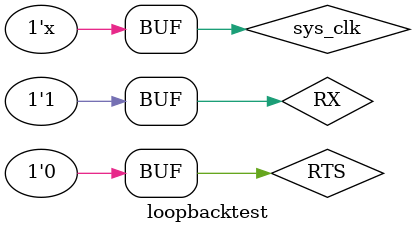
<source format=v>
module loopbacktest;
	// Inputs
	reg sys_clk;
	reg RTS;
	reg RX;
	// Outputs
	wire CTS;
	wire TX;
	// Instantiate the Unit Under Test (UUT)
	UART_LOOPBACK uut (
		.sys_clk(sys_clk),
		.CTS(CTS),
		.RTS(RTS),
		.TX(TX),
		.RX(RX)
	);
	initial begin
		// Initialize Inputs
		sys_clk = 0;
		RTS = 0;
		RX = 1;
		//RxD_par = 0;
		//RxD_start = 0;
		// Wait 100 ns for global reset to finish
		#5000;
		// Add stimulus here
		#0 RX = 0; //Start bit
		#8680 RX = 0; //bit 0
		#8680 RX = 1; //bit 1
		#8680 RX = 0; //bit 2
		#8680 RX = 1; //bit 3
		#8680 RX = 0; //bit 4
		#8680 RX = 1; //bit 5
		#8680 RX = 0; //bit 6
		#8680 RX = 0; //bit 7
		#8680 RX = 1; //Stop bit
		#8680 RX = 0; //Start bit
		#8680 RX = 1; //bit 0
		#8680 RX = 1; //bit 1
		#8680 RX = 0; //bit 2
		#8680 RX = 1; //bit 3
		#8680 RX = 0; //bit 4
		#8680 RX = 1; //bit 5
		#8680 RX = 0; //bit 6
		#8680 RX = 1; //bit 7
		#8680 RX = 1; //Stop bit
		#8680 RX = 0; //Start bit
		#8680 RX = 1; //bit 0
		#8680 RX = 1; //bit 1
		#8680 RX = 0; //bit 2
		#8680 RX = 1; //bit 3
		#8680 RX = 0; //bit 4
		#8680 RX = 1; //bit 5
		#8680 RX = 0; //bit 6
		#8680 RX = 1; //bit 7
		#8680 RX = 1; //Stop bit
		#8680 RX = 0; //Start bit
		#8680 RX = 1; //bit 0
		#8680 RX = 1; //bit 1
		#8680 RX = 0; //bit 2
		#8680 RX = 1; //bit 3
		#8680 RX = 0; //bit 4
		#8680 RX = 1; //bit 5
		#8680 RX = 0; //bit 6
		#8680 RX = 1; //bit 7
		#8680 RX = 1; //Stop bit
		#20000
		#8680 RX = 0; //Start bit
		#8680 RX = 1; //bit 0
		#8680 RX = 1; //bit 1
		#8680 RX = 0; //bit 2
		#8680 RX = 1; //bit 3
		#8680 RX = 0; //bit 4
		#8680 RX = 1; //bit 5
		#8680 RX = 0; //bit 6
		#8680 RX = 1; //bit 7
		#8680 RX = 1; //Stop bit
	end
	always begin
		#2.5 sys_clk <= !sys_clk;
	end
endmodule
</source>
